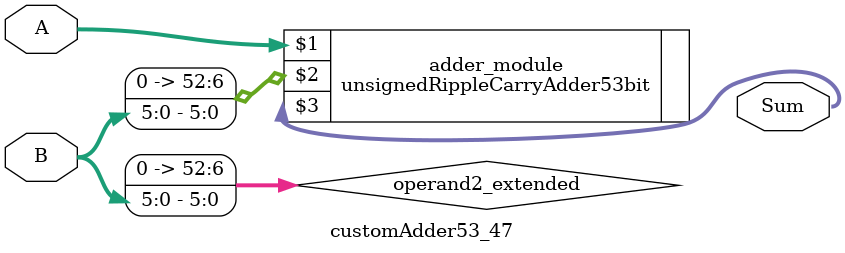
<source format=v>
module customAdder53_47(
                        input [52 : 0] A,
                        input [5 : 0] B,
                        
                        output [53 : 0] Sum
                );

        wire [52 : 0] operand2_extended;
        
        assign operand2_extended =  {47'b0, B};
        
        unsignedRippleCarryAdder53bit adder_module(
            A,
            operand2_extended,
            Sum
        );
        
        endmodule
        
</source>
